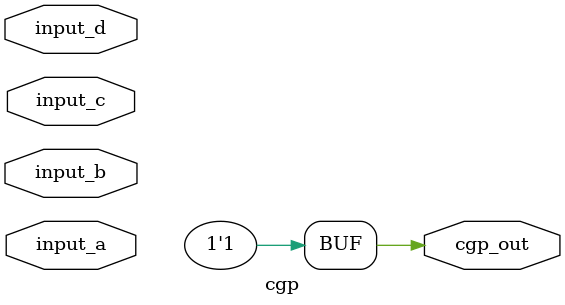
<source format=v>
module cgp(input [1:0] input_a, input [1:0] input_b, input [1:0] input_c, input [1:0] input_d, output [0:0] cgp_out);
  wire cgp_core_010;
  wire cgp_core_011;
  wire cgp_core_012;
  wire cgp_core_013;
  wire cgp_core_014;
  wire cgp_core_017;
  wire cgp_core_018;
  wire cgp_core_019;
  wire cgp_core_020;
  wire cgp_core_021;
  wire cgp_core_022;
  wire cgp_core_023;
  wire cgp_core_024_not;
  wire cgp_core_026;
  wire cgp_core_027;
  wire cgp_core_028;
  wire cgp_core_029;
  wire cgp_core_030;
  wire cgp_core_031;
  wire cgp_core_032;
  wire cgp_core_033;
  wire cgp_core_034;
  wire cgp_core_036;
  wire cgp_core_038;
  wire cgp_core_039;
  wire cgp_core_040;

  assign cgp_core_010 = input_c[0] ^ input_d[0];
  assign cgp_core_011 = input_c[0] & input_d[0];
  assign cgp_core_012 = input_c[1] ^ input_d[1];
  assign cgp_core_013 = input_c[1] & input_d[1];
  assign cgp_core_014 = cgp_core_012 ^ input_b[1];
  assign cgp_core_017 = ~(input_b[0] ^ cgp_core_010);
  assign cgp_core_018 = ~input_b[0];
  assign cgp_core_019 = input_b[1] ^ cgp_core_014;
  assign cgp_core_020 = input_d[1] & cgp_core_014;
  assign cgp_core_021 = cgp_core_019 ^ cgp_core_018;
  assign cgp_core_022 = input_d[0] & input_a[0];
  assign cgp_core_023 = cgp_core_020 | cgp_core_022;
  assign cgp_core_024_not = ~cgp_core_023;
  assign cgp_core_026 = ~input_c[1];
  assign cgp_core_027 = cgp_core_024_not & cgp_core_026;
  assign cgp_core_028 = ~cgp_core_024_not;
  assign cgp_core_029 = input_b[1] & cgp_core_026;
  assign cgp_core_030 = ~input_a[1];
  assign cgp_core_031 = cgp_core_021 & cgp_core_030;
  assign cgp_core_032 = input_d[1] & cgp_core_029;
  assign cgp_core_033 = cgp_core_021 | input_a[1];
  assign cgp_core_034 = ~cgp_core_033;
  assign cgp_core_036 = input_a[1] & input_a[0];
  assign cgp_core_038 = ~(cgp_core_017 ^ input_a[0]);
  assign cgp_core_039 = ~(cgp_core_038 & cgp_core_034);
  assign cgp_core_040 = input_b[1] | cgp_core_032;

  assign cgp_out[0] = 1'b1;
endmodule
</source>
